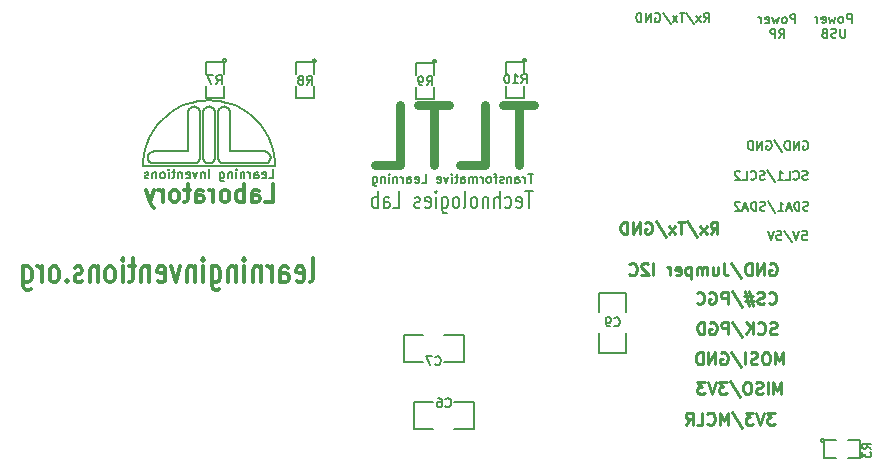
<source format=gbo>
G04 (created by PCBNEW-RS274X (2012-01-19 BZR 3256)-stable) date 5/6/2556 16:26:55*
G01*
G70*
G90*
%MOIN*%
G04 Gerber Fmt 3.4, Leading zero omitted, Abs format*
%FSLAX34Y34*%
G04 APERTURE LIST*
%ADD10C,0.006000*%
%ADD11C,0.007500*%
%ADD12C,0.012000*%
%ADD13C,0.010000*%
%ADD14C,0.030000*%
%ADD15C,0.005000*%
%ADD16C,0.005900*%
G04 APERTURE END LIST*
G54D10*
G54D11*
X66830Y-29907D02*
X66930Y-29765D01*
X67002Y-29907D02*
X67002Y-29607D01*
X66887Y-29607D01*
X66859Y-29622D01*
X66844Y-29636D01*
X66830Y-29665D01*
X66830Y-29707D01*
X66844Y-29736D01*
X66859Y-29750D01*
X66887Y-29765D01*
X67002Y-29765D01*
X66730Y-29907D02*
X66573Y-29707D01*
X66730Y-29707D02*
X66573Y-29907D01*
X66244Y-29593D02*
X66501Y-29979D01*
X66187Y-29607D02*
X66016Y-29607D01*
X66102Y-29907D02*
X66102Y-29607D01*
X65944Y-29907D02*
X65787Y-29707D01*
X65944Y-29707D02*
X65787Y-29907D01*
X65458Y-29593D02*
X65715Y-29979D01*
X65201Y-29622D02*
X65230Y-29607D01*
X65273Y-29607D01*
X65316Y-29622D01*
X65344Y-29650D01*
X65359Y-29679D01*
X65373Y-29736D01*
X65373Y-29779D01*
X65359Y-29836D01*
X65344Y-29865D01*
X65316Y-29893D01*
X65273Y-29907D01*
X65244Y-29907D01*
X65201Y-29893D01*
X65187Y-29879D01*
X65187Y-29779D01*
X65244Y-29779D01*
X65059Y-29907D02*
X65059Y-29607D01*
X64887Y-29907D01*
X64887Y-29607D01*
X64745Y-29907D02*
X64745Y-29607D01*
X64673Y-29607D01*
X64630Y-29622D01*
X64602Y-29650D01*
X64587Y-29679D01*
X64573Y-29736D01*
X64573Y-29779D01*
X64587Y-29836D01*
X64602Y-29865D01*
X64630Y-29893D01*
X64673Y-29907D01*
X64745Y-29907D01*
X69871Y-29943D02*
X69871Y-29643D01*
X69756Y-29643D01*
X69728Y-29658D01*
X69713Y-29672D01*
X69699Y-29701D01*
X69699Y-29743D01*
X69713Y-29772D01*
X69728Y-29786D01*
X69756Y-29801D01*
X69871Y-29801D01*
X69528Y-29943D02*
X69556Y-29929D01*
X69571Y-29915D01*
X69585Y-29886D01*
X69585Y-29801D01*
X69571Y-29772D01*
X69556Y-29758D01*
X69528Y-29743D01*
X69485Y-29743D01*
X69456Y-29758D01*
X69442Y-29772D01*
X69428Y-29801D01*
X69428Y-29886D01*
X69442Y-29915D01*
X69456Y-29929D01*
X69485Y-29943D01*
X69528Y-29943D01*
X69328Y-29743D02*
X69271Y-29943D01*
X69214Y-29801D01*
X69157Y-29943D01*
X69100Y-29743D01*
X68871Y-29929D02*
X68900Y-29943D01*
X68957Y-29943D01*
X68986Y-29929D01*
X69000Y-29901D01*
X69000Y-29786D01*
X68986Y-29758D01*
X68957Y-29743D01*
X68900Y-29743D01*
X68871Y-29758D01*
X68857Y-29786D01*
X68857Y-29815D01*
X69000Y-29843D01*
X68729Y-29943D02*
X68729Y-29743D01*
X68729Y-29801D02*
X68714Y-29772D01*
X68700Y-29758D01*
X68671Y-29743D01*
X68643Y-29743D01*
X69335Y-30438D02*
X69435Y-30296D01*
X69507Y-30438D02*
X69507Y-30138D01*
X69392Y-30138D01*
X69364Y-30153D01*
X69349Y-30167D01*
X69335Y-30196D01*
X69335Y-30238D01*
X69349Y-30267D01*
X69364Y-30281D01*
X69392Y-30296D01*
X69507Y-30296D01*
X69207Y-30438D02*
X69207Y-30138D01*
X69092Y-30138D01*
X69064Y-30153D01*
X69049Y-30167D01*
X69035Y-30196D01*
X69035Y-30238D01*
X69049Y-30267D01*
X69064Y-30281D01*
X69092Y-30296D01*
X69207Y-30296D01*
X71752Y-29934D02*
X71752Y-29634D01*
X71637Y-29634D01*
X71609Y-29649D01*
X71594Y-29663D01*
X71580Y-29692D01*
X71580Y-29734D01*
X71594Y-29763D01*
X71609Y-29777D01*
X71637Y-29792D01*
X71752Y-29792D01*
X71409Y-29934D02*
X71437Y-29920D01*
X71452Y-29906D01*
X71466Y-29877D01*
X71466Y-29792D01*
X71452Y-29763D01*
X71437Y-29749D01*
X71409Y-29734D01*
X71366Y-29734D01*
X71337Y-29749D01*
X71323Y-29763D01*
X71309Y-29792D01*
X71309Y-29877D01*
X71323Y-29906D01*
X71337Y-29920D01*
X71366Y-29934D01*
X71409Y-29934D01*
X71209Y-29734D02*
X71152Y-29934D01*
X71095Y-29792D01*
X71038Y-29934D01*
X70981Y-29734D01*
X70752Y-29920D02*
X70781Y-29934D01*
X70838Y-29934D01*
X70867Y-29920D01*
X70881Y-29892D01*
X70881Y-29777D01*
X70867Y-29749D01*
X70838Y-29734D01*
X70781Y-29734D01*
X70752Y-29749D01*
X70738Y-29777D01*
X70738Y-29806D01*
X70881Y-29834D01*
X70610Y-29934D02*
X70610Y-29734D01*
X70610Y-29792D02*
X70595Y-29763D01*
X70581Y-29749D01*
X70552Y-29734D01*
X70524Y-29734D01*
X71538Y-30129D02*
X71538Y-30372D01*
X71523Y-30401D01*
X71509Y-30415D01*
X71480Y-30429D01*
X71423Y-30429D01*
X71395Y-30415D01*
X71380Y-30401D01*
X71366Y-30372D01*
X71366Y-30129D01*
X71238Y-30415D02*
X71195Y-30429D01*
X71124Y-30429D01*
X71095Y-30415D01*
X71081Y-30401D01*
X71066Y-30372D01*
X71066Y-30344D01*
X71081Y-30315D01*
X71095Y-30301D01*
X71124Y-30287D01*
X71181Y-30272D01*
X71209Y-30258D01*
X71224Y-30244D01*
X71238Y-30215D01*
X71238Y-30187D01*
X71224Y-30158D01*
X71209Y-30144D01*
X71181Y-30129D01*
X71109Y-30129D01*
X71066Y-30144D01*
X70838Y-30272D02*
X70795Y-30287D01*
X70780Y-30301D01*
X70766Y-30329D01*
X70766Y-30372D01*
X70780Y-30401D01*
X70795Y-30415D01*
X70823Y-30429D01*
X70938Y-30429D01*
X70938Y-30129D01*
X70838Y-30129D01*
X70809Y-30144D01*
X70795Y-30158D01*
X70780Y-30187D01*
X70780Y-30215D01*
X70795Y-30244D01*
X70809Y-30258D01*
X70838Y-30272D01*
X70938Y-30272D01*
G54D12*
X53703Y-38589D02*
X53761Y-38551D01*
X53789Y-38475D01*
X53789Y-37789D01*
X53247Y-38551D02*
X53304Y-38589D01*
X53418Y-38589D01*
X53475Y-38551D01*
X53504Y-38475D01*
X53504Y-38170D01*
X53475Y-38094D01*
X53418Y-38055D01*
X53304Y-38055D01*
X53247Y-38094D01*
X53218Y-38170D01*
X53218Y-38246D01*
X53504Y-38322D01*
X52704Y-38589D02*
X52704Y-38170D01*
X52733Y-38094D01*
X52790Y-38055D01*
X52904Y-38055D01*
X52961Y-38094D01*
X52704Y-38551D02*
X52761Y-38589D01*
X52904Y-38589D01*
X52961Y-38551D01*
X52990Y-38475D01*
X52990Y-38398D01*
X52961Y-38322D01*
X52904Y-38284D01*
X52761Y-38284D01*
X52704Y-38246D01*
X52418Y-38589D02*
X52418Y-38055D01*
X52418Y-38208D02*
X52390Y-38132D01*
X52361Y-38094D01*
X52304Y-38055D01*
X52247Y-38055D01*
X52047Y-38055D02*
X52047Y-38589D01*
X52047Y-38132D02*
X52019Y-38094D01*
X51961Y-38055D01*
X51876Y-38055D01*
X51819Y-38094D01*
X51790Y-38170D01*
X51790Y-38589D01*
X51504Y-38589D02*
X51504Y-38055D01*
X51504Y-37789D02*
X51533Y-37827D01*
X51504Y-37865D01*
X51476Y-37827D01*
X51504Y-37789D01*
X51504Y-37865D01*
X51218Y-38055D02*
X51218Y-38589D01*
X51218Y-38132D02*
X51190Y-38094D01*
X51132Y-38055D01*
X51047Y-38055D01*
X50990Y-38094D01*
X50961Y-38170D01*
X50961Y-38589D01*
X50418Y-38055D02*
X50418Y-38703D01*
X50447Y-38779D01*
X50475Y-38817D01*
X50532Y-38855D01*
X50618Y-38855D01*
X50675Y-38817D01*
X50418Y-38551D02*
X50475Y-38589D01*
X50589Y-38589D01*
X50647Y-38551D01*
X50675Y-38513D01*
X50704Y-38436D01*
X50704Y-38208D01*
X50675Y-38132D01*
X50647Y-38094D01*
X50589Y-38055D01*
X50475Y-38055D01*
X50418Y-38094D01*
X50132Y-38589D02*
X50132Y-38055D01*
X50132Y-37789D02*
X50161Y-37827D01*
X50132Y-37865D01*
X50104Y-37827D01*
X50132Y-37789D01*
X50132Y-37865D01*
X49846Y-38055D02*
X49846Y-38589D01*
X49846Y-38132D02*
X49818Y-38094D01*
X49760Y-38055D01*
X49675Y-38055D01*
X49618Y-38094D01*
X49589Y-38170D01*
X49589Y-38589D01*
X49360Y-38055D02*
X49217Y-38589D01*
X49075Y-38055D01*
X48618Y-38551D02*
X48675Y-38589D01*
X48789Y-38589D01*
X48846Y-38551D01*
X48875Y-38475D01*
X48875Y-38170D01*
X48846Y-38094D01*
X48789Y-38055D01*
X48675Y-38055D01*
X48618Y-38094D01*
X48589Y-38170D01*
X48589Y-38246D01*
X48875Y-38322D01*
X48332Y-38055D02*
X48332Y-38589D01*
X48332Y-38132D02*
X48304Y-38094D01*
X48246Y-38055D01*
X48161Y-38055D01*
X48104Y-38094D01*
X48075Y-38170D01*
X48075Y-38589D01*
X47875Y-38055D02*
X47646Y-38055D01*
X47789Y-37789D02*
X47789Y-38475D01*
X47761Y-38551D01*
X47703Y-38589D01*
X47646Y-38589D01*
X47446Y-38589D02*
X47446Y-38055D01*
X47446Y-37789D02*
X47475Y-37827D01*
X47446Y-37865D01*
X47418Y-37827D01*
X47446Y-37789D01*
X47446Y-37865D01*
X47074Y-38589D02*
X47132Y-38551D01*
X47160Y-38513D01*
X47189Y-38436D01*
X47189Y-38208D01*
X47160Y-38132D01*
X47132Y-38094D01*
X47074Y-38055D01*
X46989Y-38055D01*
X46932Y-38094D01*
X46903Y-38132D01*
X46874Y-38208D01*
X46874Y-38436D01*
X46903Y-38513D01*
X46932Y-38551D01*
X46989Y-38589D01*
X47074Y-38589D01*
X46617Y-38055D02*
X46617Y-38589D01*
X46617Y-38132D02*
X46589Y-38094D01*
X46531Y-38055D01*
X46446Y-38055D01*
X46389Y-38094D01*
X46360Y-38170D01*
X46360Y-38589D01*
X46103Y-38551D02*
X46046Y-38589D01*
X45931Y-38589D01*
X45874Y-38551D01*
X45846Y-38475D01*
X45846Y-38436D01*
X45874Y-38360D01*
X45931Y-38322D01*
X46017Y-38322D01*
X46074Y-38284D01*
X46103Y-38208D01*
X46103Y-38170D01*
X46074Y-38094D01*
X46017Y-38055D01*
X45931Y-38055D01*
X45874Y-38094D01*
X45588Y-38513D02*
X45560Y-38551D01*
X45588Y-38589D01*
X45617Y-38551D01*
X45588Y-38513D01*
X45588Y-38589D01*
X45216Y-38589D02*
X45274Y-38551D01*
X45302Y-38513D01*
X45331Y-38436D01*
X45331Y-38208D01*
X45302Y-38132D01*
X45274Y-38094D01*
X45216Y-38055D01*
X45131Y-38055D01*
X45074Y-38094D01*
X45045Y-38132D01*
X45016Y-38208D01*
X45016Y-38436D01*
X45045Y-38513D01*
X45074Y-38551D01*
X45131Y-38589D01*
X45216Y-38589D01*
X44759Y-38589D02*
X44759Y-38055D01*
X44759Y-38208D02*
X44731Y-38132D01*
X44702Y-38094D01*
X44645Y-38055D01*
X44588Y-38055D01*
X44131Y-38055D02*
X44131Y-38703D01*
X44160Y-38779D01*
X44188Y-38817D01*
X44245Y-38855D01*
X44331Y-38855D01*
X44388Y-38817D01*
X44131Y-38551D02*
X44188Y-38589D01*
X44302Y-38589D01*
X44360Y-38551D01*
X44388Y-38513D01*
X44417Y-38436D01*
X44417Y-38208D01*
X44388Y-38132D01*
X44360Y-38094D01*
X44302Y-38055D01*
X44188Y-38055D01*
X44131Y-38094D01*
G54D13*
X67048Y-36975D02*
X67182Y-36784D01*
X67277Y-36975D02*
X67277Y-36575D01*
X67124Y-36575D01*
X67086Y-36594D01*
X67067Y-36613D01*
X67048Y-36651D01*
X67048Y-36708D01*
X67067Y-36746D01*
X67086Y-36765D01*
X67124Y-36784D01*
X67277Y-36784D01*
X66915Y-36975D02*
X66705Y-36708D01*
X66915Y-36708D02*
X66705Y-36975D01*
X66267Y-36556D02*
X66610Y-37070D01*
X66191Y-36575D02*
X65962Y-36575D01*
X66077Y-36975D02*
X66077Y-36575D01*
X65867Y-36975D02*
X65657Y-36708D01*
X65867Y-36708D02*
X65657Y-36975D01*
X65219Y-36556D02*
X65562Y-37070D01*
X64876Y-36594D02*
X64914Y-36575D01*
X64971Y-36575D01*
X65029Y-36594D01*
X65067Y-36632D01*
X65086Y-36670D01*
X65105Y-36746D01*
X65105Y-36803D01*
X65086Y-36880D01*
X65067Y-36918D01*
X65029Y-36956D01*
X64971Y-36975D01*
X64933Y-36975D01*
X64876Y-36956D01*
X64857Y-36937D01*
X64857Y-36803D01*
X64933Y-36803D01*
X64686Y-36975D02*
X64686Y-36575D01*
X64457Y-36975D01*
X64457Y-36575D01*
X64267Y-36975D02*
X64267Y-36575D01*
X64172Y-36575D01*
X64114Y-36594D01*
X64076Y-36632D01*
X64057Y-36670D01*
X64038Y-36746D01*
X64038Y-36803D01*
X64057Y-36880D01*
X64076Y-36918D01*
X64114Y-36956D01*
X64172Y-36975D01*
X64267Y-36975D01*
X69192Y-42931D02*
X68944Y-42931D01*
X69078Y-43083D01*
X69020Y-43083D01*
X68982Y-43102D01*
X68963Y-43121D01*
X68944Y-43159D01*
X68944Y-43255D01*
X68963Y-43293D01*
X68982Y-43312D01*
X69020Y-43331D01*
X69135Y-43331D01*
X69173Y-43312D01*
X69192Y-43293D01*
X68830Y-42931D02*
X68697Y-43331D01*
X68563Y-42931D01*
X68468Y-42931D02*
X68220Y-42931D01*
X68354Y-43083D01*
X68296Y-43083D01*
X68258Y-43102D01*
X68239Y-43121D01*
X68220Y-43159D01*
X68220Y-43255D01*
X68239Y-43293D01*
X68258Y-43312D01*
X68296Y-43331D01*
X68411Y-43331D01*
X68449Y-43312D01*
X68468Y-43293D01*
X67763Y-42912D02*
X68106Y-43426D01*
X67630Y-43331D02*
X67630Y-42931D01*
X67496Y-43217D01*
X67363Y-42931D01*
X67363Y-43331D01*
X66944Y-43293D02*
X66963Y-43312D01*
X67020Y-43331D01*
X67058Y-43331D01*
X67116Y-43312D01*
X67154Y-43274D01*
X67173Y-43236D01*
X67192Y-43159D01*
X67192Y-43102D01*
X67173Y-43026D01*
X67154Y-42988D01*
X67116Y-42950D01*
X67058Y-42931D01*
X67020Y-42931D01*
X66963Y-42950D01*
X66944Y-42969D01*
X66582Y-43331D02*
X66773Y-43331D01*
X66773Y-42931D01*
X66220Y-43331D02*
X66354Y-43140D01*
X66449Y-43331D02*
X66449Y-42931D01*
X66296Y-42931D01*
X66258Y-42950D01*
X66239Y-42969D01*
X66220Y-43007D01*
X66220Y-43064D01*
X66239Y-43102D01*
X66258Y-43121D01*
X66296Y-43140D01*
X66449Y-43140D01*
X69412Y-42309D02*
X69412Y-41909D01*
X69278Y-42195D01*
X69145Y-41909D01*
X69145Y-42309D01*
X68955Y-42309D02*
X68955Y-41909D01*
X68784Y-42290D02*
X68727Y-42309D01*
X68631Y-42309D01*
X68593Y-42290D01*
X68574Y-42271D01*
X68555Y-42233D01*
X68555Y-42195D01*
X68574Y-42157D01*
X68593Y-42137D01*
X68631Y-42118D01*
X68708Y-42099D01*
X68746Y-42080D01*
X68765Y-42061D01*
X68784Y-42023D01*
X68784Y-41985D01*
X68765Y-41947D01*
X68746Y-41928D01*
X68708Y-41909D01*
X68612Y-41909D01*
X68555Y-41928D01*
X68308Y-41909D02*
X68231Y-41909D01*
X68193Y-41928D01*
X68155Y-41966D01*
X68136Y-42042D01*
X68136Y-42176D01*
X68155Y-42252D01*
X68193Y-42290D01*
X68231Y-42309D01*
X68308Y-42309D01*
X68346Y-42290D01*
X68384Y-42252D01*
X68403Y-42176D01*
X68403Y-42042D01*
X68384Y-41966D01*
X68346Y-41928D01*
X68308Y-41909D01*
X67679Y-41890D02*
X68022Y-42404D01*
X67584Y-41909D02*
X67336Y-41909D01*
X67470Y-42061D01*
X67412Y-42061D01*
X67374Y-42080D01*
X67355Y-42099D01*
X67336Y-42137D01*
X67336Y-42233D01*
X67355Y-42271D01*
X67374Y-42290D01*
X67412Y-42309D01*
X67527Y-42309D01*
X67565Y-42290D01*
X67584Y-42271D01*
X67222Y-41909D02*
X67089Y-42309D01*
X66955Y-41909D01*
X66860Y-41909D02*
X66612Y-41909D01*
X66746Y-42061D01*
X66688Y-42061D01*
X66650Y-42080D01*
X66631Y-42099D01*
X66612Y-42137D01*
X66612Y-42233D01*
X66631Y-42271D01*
X66650Y-42290D01*
X66688Y-42309D01*
X66803Y-42309D01*
X66841Y-42290D01*
X66860Y-42271D01*
X69465Y-41315D02*
X69465Y-40915D01*
X69331Y-41201D01*
X69198Y-40915D01*
X69198Y-41315D01*
X68932Y-40915D02*
X68855Y-40915D01*
X68817Y-40934D01*
X68779Y-40972D01*
X68760Y-41048D01*
X68760Y-41182D01*
X68779Y-41258D01*
X68817Y-41296D01*
X68855Y-41315D01*
X68932Y-41315D01*
X68970Y-41296D01*
X69008Y-41258D01*
X69027Y-41182D01*
X69027Y-41048D01*
X69008Y-40972D01*
X68970Y-40934D01*
X68932Y-40915D01*
X68608Y-41296D02*
X68551Y-41315D01*
X68455Y-41315D01*
X68417Y-41296D01*
X68398Y-41277D01*
X68379Y-41239D01*
X68379Y-41201D01*
X68398Y-41163D01*
X68417Y-41143D01*
X68455Y-41124D01*
X68532Y-41105D01*
X68570Y-41086D01*
X68589Y-41067D01*
X68608Y-41029D01*
X68608Y-40991D01*
X68589Y-40953D01*
X68570Y-40934D01*
X68532Y-40915D01*
X68436Y-40915D01*
X68379Y-40934D01*
X68208Y-41315D02*
X68208Y-40915D01*
X67732Y-40896D02*
X68075Y-41410D01*
X67389Y-40934D02*
X67427Y-40915D01*
X67484Y-40915D01*
X67542Y-40934D01*
X67580Y-40972D01*
X67599Y-41010D01*
X67618Y-41086D01*
X67618Y-41143D01*
X67599Y-41220D01*
X67580Y-41258D01*
X67542Y-41296D01*
X67484Y-41315D01*
X67446Y-41315D01*
X67389Y-41296D01*
X67370Y-41277D01*
X67370Y-41143D01*
X67446Y-41143D01*
X67199Y-41315D02*
X67199Y-40915D01*
X66970Y-41315D01*
X66970Y-40915D01*
X66780Y-41315D02*
X66780Y-40915D01*
X66685Y-40915D01*
X66627Y-40934D01*
X66589Y-40972D01*
X66570Y-41010D01*
X66551Y-41086D01*
X66551Y-41143D01*
X66570Y-41220D01*
X66589Y-41258D01*
X66627Y-41296D01*
X66685Y-41315D01*
X66780Y-41315D01*
X69254Y-40293D02*
X69197Y-40312D01*
X69101Y-40312D01*
X69063Y-40293D01*
X69044Y-40274D01*
X69025Y-40236D01*
X69025Y-40198D01*
X69044Y-40160D01*
X69063Y-40140D01*
X69101Y-40121D01*
X69178Y-40102D01*
X69216Y-40083D01*
X69235Y-40064D01*
X69254Y-40026D01*
X69254Y-39988D01*
X69235Y-39950D01*
X69216Y-39931D01*
X69178Y-39912D01*
X69082Y-39912D01*
X69025Y-39931D01*
X68625Y-40274D02*
X68644Y-40293D01*
X68701Y-40312D01*
X68739Y-40312D01*
X68797Y-40293D01*
X68835Y-40255D01*
X68854Y-40217D01*
X68873Y-40140D01*
X68873Y-40083D01*
X68854Y-40007D01*
X68835Y-39969D01*
X68797Y-39931D01*
X68739Y-39912D01*
X68701Y-39912D01*
X68644Y-39931D01*
X68625Y-39950D01*
X68454Y-40312D02*
X68454Y-39912D01*
X68225Y-40312D02*
X68397Y-40083D01*
X68225Y-39912D02*
X68454Y-40140D01*
X67768Y-39893D02*
X68111Y-40407D01*
X67635Y-40312D02*
X67635Y-39912D01*
X67482Y-39912D01*
X67444Y-39931D01*
X67425Y-39950D01*
X67406Y-39988D01*
X67406Y-40045D01*
X67425Y-40083D01*
X67444Y-40102D01*
X67482Y-40121D01*
X67635Y-40121D01*
X67025Y-39931D02*
X67063Y-39912D01*
X67120Y-39912D01*
X67178Y-39931D01*
X67216Y-39969D01*
X67235Y-40007D01*
X67254Y-40083D01*
X67254Y-40140D01*
X67235Y-40217D01*
X67216Y-40255D01*
X67178Y-40293D01*
X67120Y-40312D01*
X67082Y-40312D01*
X67025Y-40293D01*
X67006Y-40274D01*
X67006Y-40140D01*
X67082Y-40140D01*
X66835Y-40312D02*
X66835Y-39912D01*
X66740Y-39912D01*
X66682Y-39931D01*
X66644Y-39969D01*
X66625Y-40007D01*
X66606Y-40083D01*
X66606Y-40140D01*
X66625Y-40217D01*
X66644Y-40255D01*
X66682Y-40293D01*
X66740Y-40312D01*
X66835Y-40312D01*
X69029Y-37966D02*
X69067Y-37947D01*
X69124Y-37947D01*
X69182Y-37966D01*
X69220Y-38004D01*
X69239Y-38042D01*
X69258Y-38118D01*
X69258Y-38175D01*
X69239Y-38252D01*
X69220Y-38290D01*
X69182Y-38328D01*
X69124Y-38347D01*
X69086Y-38347D01*
X69029Y-38328D01*
X69010Y-38309D01*
X69010Y-38175D01*
X69086Y-38175D01*
X68839Y-38347D02*
X68839Y-37947D01*
X68610Y-38347D01*
X68610Y-37947D01*
X68420Y-38347D02*
X68420Y-37947D01*
X68325Y-37947D01*
X68267Y-37966D01*
X68229Y-38004D01*
X68210Y-38042D01*
X68191Y-38118D01*
X68191Y-38175D01*
X68210Y-38252D01*
X68229Y-38290D01*
X68267Y-38328D01*
X68325Y-38347D01*
X68420Y-38347D01*
X67734Y-37928D02*
X68077Y-38442D01*
X67486Y-37947D02*
X67486Y-38233D01*
X67506Y-38290D01*
X67544Y-38328D01*
X67601Y-38347D01*
X67639Y-38347D01*
X67124Y-38080D02*
X67124Y-38347D01*
X67296Y-38080D02*
X67296Y-38290D01*
X67277Y-38328D01*
X67239Y-38347D01*
X67181Y-38347D01*
X67143Y-38328D01*
X67124Y-38309D01*
X66934Y-38347D02*
X66934Y-38080D01*
X66934Y-38118D02*
X66915Y-38099D01*
X66877Y-38080D01*
X66819Y-38080D01*
X66781Y-38099D01*
X66762Y-38137D01*
X66762Y-38347D01*
X66762Y-38137D02*
X66743Y-38099D01*
X66705Y-38080D01*
X66648Y-38080D01*
X66610Y-38099D01*
X66591Y-38137D01*
X66591Y-38347D01*
X66401Y-38080D02*
X66401Y-38480D01*
X66401Y-38099D02*
X66363Y-38080D01*
X66286Y-38080D01*
X66248Y-38099D01*
X66229Y-38118D01*
X66210Y-38156D01*
X66210Y-38271D01*
X66229Y-38309D01*
X66248Y-38328D01*
X66286Y-38347D01*
X66363Y-38347D01*
X66401Y-38328D01*
X65886Y-38328D02*
X65924Y-38347D01*
X66001Y-38347D01*
X66039Y-38328D01*
X66058Y-38290D01*
X66058Y-38137D01*
X66039Y-38099D01*
X66001Y-38080D01*
X65924Y-38080D01*
X65886Y-38099D01*
X65867Y-38137D01*
X65867Y-38175D01*
X66058Y-38214D01*
X65696Y-38347D02*
X65696Y-38080D01*
X65696Y-38156D02*
X65677Y-38118D01*
X65658Y-38099D01*
X65620Y-38080D01*
X65581Y-38080D01*
X65143Y-38347D02*
X65143Y-37947D01*
X64972Y-37985D02*
X64953Y-37966D01*
X64915Y-37947D01*
X64819Y-37947D01*
X64781Y-37966D01*
X64762Y-37985D01*
X64743Y-38023D01*
X64743Y-38061D01*
X64762Y-38118D01*
X64991Y-38347D01*
X64743Y-38347D01*
X64343Y-38309D02*
X64362Y-38328D01*
X64419Y-38347D01*
X64457Y-38347D01*
X64515Y-38328D01*
X64553Y-38290D01*
X64572Y-38252D01*
X64591Y-38175D01*
X64591Y-38118D01*
X64572Y-38042D01*
X64553Y-38004D01*
X64515Y-37966D01*
X64457Y-37947D01*
X64419Y-37947D01*
X64362Y-37966D01*
X64343Y-37985D01*
X68990Y-39268D02*
X69009Y-39287D01*
X69066Y-39306D01*
X69104Y-39306D01*
X69162Y-39287D01*
X69200Y-39249D01*
X69219Y-39211D01*
X69238Y-39134D01*
X69238Y-39077D01*
X69219Y-39001D01*
X69200Y-38963D01*
X69162Y-38925D01*
X69104Y-38906D01*
X69066Y-38906D01*
X69009Y-38925D01*
X68990Y-38944D01*
X68838Y-39287D02*
X68781Y-39306D01*
X68685Y-39306D01*
X68647Y-39287D01*
X68628Y-39268D01*
X68609Y-39230D01*
X68609Y-39192D01*
X68628Y-39154D01*
X68647Y-39134D01*
X68685Y-39115D01*
X68762Y-39096D01*
X68800Y-39077D01*
X68819Y-39058D01*
X68838Y-39020D01*
X68838Y-38982D01*
X68819Y-38944D01*
X68800Y-38925D01*
X68762Y-38906D01*
X68666Y-38906D01*
X68609Y-38925D01*
X68457Y-39039D02*
X68171Y-39039D01*
X68343Y-38868D02*
X68457Y-39382D01*
X68209Y-39211D02*
X68495Y-39211D01*
X68323Y-39382D02*
X68209Y-38868D01*
X67752Y-38887D02*
X68095Y-39401D01*
X67619Y-39306D02*
X67619Y-38906D01*
X67466Y-38906D01*
X67428Y-38925D01*
X67409Y-38944D01*
X67390Y-38982D01*
X67390Y-39039D01*
X67409Y-39077D01*
X67428Y-39096D01*
X67466Y-39115D01*
X67619Y-39115D01*
X67009Y-38925D02*
X67047Y-38906D01*
X67104Y-38906D01*
X67162Y-38925D01*
X67200Y-38963D01*
X67219Y-39001D01*
X67238Y-39077D01*
X67238Y-39134D01*
X67219Y-39211D01*
X67200Y-39249D01*
X67162Y-39287D01*
X67104Y-39306D01*
X67066Y-39306D01*
X67009Y-39287D01*
X66990Y-39268D01*
X66990Y-39134D01*
X67066Y-39134D01*
X66590Y-39268D02*
X66609Y-39287D01*
X66666Y-39306D01*
X66704Y-39306D01*
X66762Y-39287D01*
X66800Y-39249D01*
X66819Y-39211D01*
X66838Y-39134D01*
X66838Y-39077D01*
X66819Y-39001D01*
X66800Y-38963D01*
X66762Y-38925D01*
X66704Y-38906D01*
X66666Y-38906D01*
X66609Y-38925D01*
X66590Y-38944D01*
G54D11*
X70108Y-36879D02*
X70251Y-36879D01*
X70265Y-37022D01*
X70251Y-37008D01*
X70222Y-36994D01*
X70151Y-36994D01*
X70122Y-37008D01*
X70108Y-37022D01*
X70093Y-37051D01*
X70093Y-37122D01*
X70108Y-37151D01*
X70122Y-37165D01*
X70151Y-37179D01*
X70222Y-37179D01*
X70251Y-37165D01*
X70265Y-37151D01*
X70007Y-36879D02*
X69907Y-37179D01*
X69807Y-36879D01*
X69493Y-36865D02*
X69750Y-37251D01*
X69251Y-36879D02*
X69394Y-36879D01*
X69408Y-37022D01*
X69394Y-37008D01*
X69365Y-36994D01*
X69294Y-36994D01*
X69265Y-37008D01*
X69251Y-37022D01*
X69236Y-37051D01*
X69236Y-37122D01*
X69251Y-37151D01*
X69265Y-37165D01*
X69294Y-37179D01*
X69365Y-37179D01*
X69394Y-37165D01*
X69408Y-37151D01*
X69150Y-36879D02*
X69050Y-37179D01*
X68950Y-36879D01*
X70309Y-36179D02*
X70266Y-36193D01*
X70195Y-36193D01*
X70166Y-36179D01*
X70152Y-36165D01*
X70137Y-36136D01*
X70137Y-36108D01*
X70152Y-36079D01*
X70166Y-36065D01*
X70195Y-36051D01*
X70252Y-36036D01*
X70280Y-36022D01*
X70295Y-36008D01*
X70309Y-35979D01*
X70309Y-35951D01*
X70295Y-35922D01*
X70280Y-35908D01*
X70252Y-35893D01*
X70180Y-35893D01*
X70137Y-35908D01*
X70009Y-36193D02*
X70009Y-35893D01*
X69937Y-35893D01*
X69894Y-35908D01*
X69866Y-35936D01*
X69851Y-35965D01*
X69837Y-36022D01*
X69837Y-36065D01*
X69851Y-36122D01*
X69866Y-36151D01*
X69894Y-36179D01*
X69937Y-36193D01*
X70009Y-36193D01*
X69723Y-36108D02*
X69580Y-36108D01*
X69751Y-36193D02*
X69651Y-35893D01*
X69551Y-36193D01*
X69294Y-36193D02*
X69466Y-36193D01*
X69380Y-36193D02*
X69380Y-35893D01*
X69409Y-35936D01*
X69437Y-35965D01*
X69466Y-35979D01*
X68951Y-35879D02*
X69208Y-36265D01*
X68866Y-36179D02*
X68823Y-36193D01*
X68752Y-36193D01*
X68723Y-36179D01*
X68709Y-36165D01*
X68694Y-36136D01*
X68694Y-36108D01*
X68709Y-36079D01*
X68723Y-36065D01*
X68752Y-36051D01*
X68809Y-36036D01*
X68837Y-36022D01*
X68852Y-36008D01*
X68866Y-35979D01*
X68866Y-35951D01*
X68852Y-35922D01*
X68837Y-35908D01*
X68809Y-35893D01*
X68737Y-35893D01*
X68694Y-35908D01*
X68566Y-36193D02*
X68566Y-35893D01*
X68494Y-35893D01*
X68451Y-35908D01*
X68423Y-35936D01*
X68408Y-35965D01*
X68394Y-36022D01*
X68394Y-36065D01*
X68408Y-36122D01*
X68423Y-36151D01*
X68451Y-36179D01*
X68494Y-36193D01*
X68566Y-36193D01*
X68280Y-36108D02*
X68137Y-36108D01*
X68308Y-36193D02*
X68208Y-35893D01*
X68108Y-36193D01*
X68023Y-35922D02*
X68009Y-35908D01*
X67980Y-35893D01*
X67909Y-35893D01*
X67880Y-35908D01*
X67866Y-35922D01*
X67851Y-35951D01*
X67851Y-35979D01*
X67866Y-36022D01*
X68037Y-36193D01*
X67851Y-36193D01*
X70284Y-35149D02*
X70241Y-35163D01*
X70170Y-35163D01*
X70141Y-35149D01*
X70127Y-35135D01*
X70112Y-35106D01*
X70112Y-35078D01*
X70127Y-35049D01*
X70141Y-35035D01*
X70170Y-35021D01*
X70227Y-35006D01*
X70255Y-34992D01*
X70270Y-34978D01*
X70284Y-34949D01*
X70284Y-34921D01*
X70270Y-34892D01*
X70255Y-34878D01*
X70227Y-34863D01*
X70155Y-34863D01*
X70112Y-34878D01*
X69812Y-35135D02*
X69826Y-35149D01*
X69869Y-35163D01*
X69898Y-35163D01*
X69941Y-35149D01*
X69969Y-35121D01*
X69984Y-35092D01*
X69998Y-35035D01*
X69998Y-34992D01*
X69984Y-34935D01*
X69969Y-34906D01*
X69941Y-34878D01*
X69898Y-34863D01*
X69869Y-34863D01*
X69826Y-34878D01*
X69812Y-34892D01*
X69541Y-35163D02*
X69684Y-35163D01*
X69684Y-34863D01*
X69283Y-35163D02*
X69455Y-35163D01*
X69369Y-35163D02*
X69369Y-34863D01*
X69398Y-34906D01*
X69426Y-34935D01*
X69455Y-34949D01*
X68940Y-34849D02*
X69197Y-35235D01*
X68855Y-35149D02*
X68812Y-35163D01*
X68741Y-35163D01*
X68712Y-35149D01*
X68698Y-35135D01*
X68683Y-35106D01*
X68683Y-35078D01*
X68698Y-35049D01*
X68712Y-35035D01*
X68741Y-35021D01*
X68798Y-35006D01*
X68826Y-34992D01*
X68841Y-34978D01*
X68855Y-34949D01*
X68855Y-34921D01*
X68841Y-34892D01*
X68826Y-34878D01*
X68798Y-34863D01*
X68726Y-34863D01*
X68683Y-34878D01*
X68383Y-35135D02*
X68397Y-35149D01*
X68440Y-35163D01*
X68469Y-35163D01*
X68512Y-35149D01*
X68540Y-35121D01*
X68555Y-35092D01*
X68569Y-35035D01*
X68569Y-34992D01*
X68555Y-34935D01*
X68540Y-34906D01*
X68512Y-34878D01*
X68469Y-34863D01*
X68440Y-34863D01*
X68397Y-34878D01*
X68383Y-34892D01*
X68112Y-35163D02*
X68255Y-35163D01*
X68255Y-34863D01*
X68026Y-34892D02*
X68012Y-34878D01*
X67983Y-34863D01*
X67912Y-34863D01*
X67883Y-34878D01*
X67869Y-34892D01*
X67854Y-34921D01*
X67854Y-34949D01*
X67869Y-34992D01*
X68040Y-35163D01*
X67854Y-35163D01*
X70135Y-33877D02*
X70164Y-33862D01*
X70207Y-33862D01*
X70250Y-33877D01*
X70278Y-33905D01*
X70293Y-33934D01*
X70307Y-33991D01*
X70307Y-34034D01*
X70293Y-34091D01*
X70278Y-34120D01*
X70250Y-34148D01*
X70207Y-34162D01*
X70178Y-34162D01*
X70135Y-34148D01*
X70121Y-34134D01*
X70121Y-34034D01*
X70178Y-34034D01*
X69993Y-34162D02*
X69993Y-33862D01*
X69821Y-34162D01*
X69821Y-33862D01*
X69679Y-34162D02*
X69679Y-33862D01*
X69607Y-33862D01*
X69564Y-33877D01*
X69536Y-33905D01*
X69521Y-33934D01*
X69507Y-33991D01*
X69507Y-34034D01*
X69521Y-34091D01*
X69536Y-34120D01*
X69564Y-34148D01*
X69607Y-34162D01*
X69679Y-34162D01*
X69164Y-33848D02*
X69421Y-34234D01*
X68907Y-33877D02*
X68936Y-33862D01*
X68979Y-33862D01*
X69022Y-33877D01*
X69050Y-33905D01*
X69065Y-33934D01*
X69079Y-33991D01*
X69079Y-34034D01*
X69065Y-34091D01*
X69050Y-34120D01*
X69022Y-34148D01*
X68979Y-34162D01*
X68950Y-34162D01*
X68907Y-34148D01*
X68893Y-34134D01*
X68893Y-34034D01*
X68950Y-34034D01*
X68765Y-34162D02*
X68765Y-33862D01*
X68593Y-34162D01*
X68593Y-33862D01*
X68451Y-34162D02*
X68451Y-33862D01*
X68379Y-33862D01*
X68336Y-33877D01*
X68308Y-33905D01*
X68293Y-33934D01*
X68279Y-33991D01*
X68279Y-34034D01*
X68293Y-34091D01*
X68308Y-34120D01*
X68336Y-34148D01*
X68379Y-34162D01*
X68451Y-34162D01*
X61115Y-35555D02*
X60875Y-35555D01*
X60995Y-36105D02*
X60995Y-35555D01*
X60575Y-36078D02*
X60615Y-36105D01*
X60695Y-36105D01*
X60735Y-36078D01*
X60755Y-36026D01*
X60755Y-35817D01*
X60735Y-35764D01*
X60695Y-35738D01*
X60615Y-35738D01*
X60575Y-35764D01*
X60555Y-35817D01*
X60555Y-35869D01*
X60755Y-35921D01*
X60195Y-36078D02*
X60235Y-36105D01*
X60315Y-36105D01*
X60355Y-36078D01*
X60375Y-36052D01*
X60395Y-36000D01*
X60395Y-35843D01*
X60375Y-35790D01*
X60355Y-35764D01*
X60315Y-35738D01*
X60235Y-35738D01*
X60195Y-35764D01*
X60015Y-36105D02*
X60015Y-35555D01*
X59835Y-36105D02*
X59835Y-35817D01*
X59855Y-35764D01*
X59895Y-35738D01*
X59955Y-35738D01*
X59995Y-35764D01*
X60015Y-35790D01*
X59635Y-35738D02*
X59635Y-36105D01*
X59635Y-35790D02*
X59615Y-35764D01*
X59575Y-35738D01*
X59515Y-35738D01*
X59475Y-35764D01*
X59455Y-35817D01*
X59455Y-36105D01*
X59195Y-36105D02*
X59235Y-36078D01*
X59255Y-36052D01*
X59275Y-36000D01*
X59275Y-35843D01*
X59255Y-35790D01*
X59235Y-35764D01*
X59195Y-35738D01*
X59135Y-35738D01*
X59095Y-35764D01*
X59075Y-35790D01*
X59055Y-35843D01*
X59055Y-36000D01*
X59075Y-36052D01*
X59095Y-36078D01*
X59135Y-36105D01*
X59195Y-36105D01*
X58815Y-36105D02*
X58855Y-36078D01*
X58875Y-36026D01*
X58875Y-35555D01*
X58595Y-36105D02*
X58635Y-36078D01*
X58655Y-36052D01*
X58675Y-36000D01*
X58675Y-35843D01*
X58655Y-35790D01*
X58635Y-35764D01*
X58595Y-35738D01*
X58535Y-35738D01*
X58495Y-35764D01*
X58475Y-35790D01*
X58455Y-35843D01*
X58455Y-36000D01*
X58475Y-36052D01*
X58495Y-36078D01*
X58535Y-36105D01*
X58595Y-36105D01*
X58095Y-35738D02*
X58095Y-36183D01*
X58115Y-36236D01*
X58135Y-36262D01*
X58175Y-36288D01*
X58235Y-36288D01*
X58275Y-36262D01*
X58095Y-36078D02*
X58135Y-36105D01*
X58215Y-36105D01*
X58255Y-36078D01*
X58275Y-36052D01*
X58295Y-36000D01*
X58295Y-35843D01*
X58275Y-35790D01*
X58255Y-35764D01*
X58215Y-35738D01*
X58135Y-35738D01*
X58095Y-35764D01*
X57895Y-36105D02*
X57895Y-35738D01*
X57895Y-35555D02*
X57915Y-35581D01*
X57895Y-35607D01*
X57875Y-35581D01*
X57895Y-35555D01*
X57895Y-35607D01*
X57535Y-36078D02*
X57575Y-36105D01*
X57655Y-36105D01*
X57695Y-36078D01*
X57715Y-36026D01*
X57715Y-35817D01*
X57695Y-35764D01*
X57655Y-35738D01*
X57575Y-35738D01*
X57535Y-35764D01*
X57515Y-35817D01*
X57515Y-35869D01*
X57715Y-35921D01*
X57355Y-36078D02*
X57315Y-36105D01*
X57235Y-36105D01*
X57195Y-36078D01*
X57175Y-36026D01*
X57175Y-36000D01*
X57195Y-35947D01*
X57235Y-35921D01*
X57295Y-35921D01*
X57335Y-35895D01*
X57355Y-35843D01*
X57355Y-35817D01*
X57335Y-35764D01*
X57295Y-35738D01*
X57235Y-35738D01*
X57195Y-35764D01*
X56475Y-36105D02*
X56675Y-36105D01*
X56675Y-35555D01*
X56155Y-36105D02*
X56155Y-35817D01*
X56175Y-35764D01*
X56215Y-35738D01*
X56295Y-35738D01*
X56335Y-35764D01*
X56155Y-36078D02*
X56195Y-36105D01*
X56295Y-36105D01*
X56335Y-36078D01*
X56355Y-36026D01*
X56355Y-35974D01*
X56335Y-35921D01*
X56295Y-35895D01*
X56195Y-35895D01*
X56155Y-35869D01*
X55955Y-36105D02*
X55955Y-35555D01*
X55955Y-35764D02*
X55915Y-35738D01*
X55835Y-35738D01*
X55795Y-35764D01*
X55775Y-35790D01*
X55755Y-35843D01*
X55755Y-36000D01*
X55775Y-36052D01*
X55795Y-36078D01*
X55835Y-36105D01*
X55915Y-36105D01*
X55955Y-36078D01*
X61131Y-34966D02*
X60960Y-34966D01*
X61046Y-35266D02*
X61046Y-34966D01*
X60860Y-35266D02*
X60860Y-35066D01*
X60860Y-35124D02*
X60845Y-35095D01*
X60831Y-35081D01*
X60802Y-35066D01*
X60774Y-35066D01*
X60545Y-35266D02*
X60545Y-35109D01*
X60559Y-35081D01*
X60588Y-35066D01*
X60645Y-35066D01*
X60674Y-35081D01*
X60545Y-35252D02*
X60574Y-35266D01*
X60645Y-35266D01*
X60674Y-35252D01*
X60688Y-35224D01*
X60688Y-35195D01*
X60674Y-35166D01*
X60645Y-35152D01*
X60574Y-35152D01*
X60545Y-35138D01*
X60403Y-35066D02*
X60403Y-35266D01*
X60403Y-35095D02*
X60388Y-35081D01*
X60360Y-35066D01*
X60317Y-35066D01*
X60288Y-35081D01*
X60274Y-35109D01*
X60274Y-35266D01*
X60146Y-35252D02*
X60117Y-35266D01*
X60060Y-35266D01*
X60032Y-35252D01*
X60017Y-35224D01*
X60017Y-35209D01*
X60032Y-35181D01*
X60060Y-35166D01*
X60103Y-35166D01*
X60132Y-35152D01*
X60146Y-35124D01*
X60146Y-35109D01*
X60132Y-35081D01*
X60103Y-35066D01*
X60060Y-35066D01*
X60032Y-35081D01*
X59931Y-35066D02*
X59817Y-35066D01*
X59889Y-35266D02*
X59889Y-35009D01*
X59874Y-34981D01*
X59846Y-34966D01*
X59817Y-34966D01*
X59675Y-35266D02*
X59703Y-35252D01*
X59718Y-35238D01*
X59732Y-35209D01*
X59732Y-35124D01*
X59718Y-35095D01*
X59703Y-35081D01*
X59675Y-35066D01*
X59632Y-35066D01*
X59603Y-35081D01*
X59589Y-35095D01*
X59575Y-35124D01*
X59575Y-35209D01*
X59589Y-35238D01*
X59603Y-35252D01*
X59632Y-35266D01*
X59675Y-35266D01*
X59447Y-35266D02*
X59447Y-35066D01*
X59447Y-35124D02*
X59432Y-35095D01*
X59418Y-35081D01*
X59389Y-35066D01*
X59361Y-35066D01*
X59261Y-35266D02*
X59261Y-35066D01*
X59261Y-35095D02*
X59246Y-35081D01*
X59218Y-35066D01*
X59175Y-35066D01*
X59146Y-35081D01*
X59132Y-35109D01*
X59132Y-35266D01*
X59132Y-35109D02*
X59118Y-35081D01*
X59089Y-35066D01*
X59046Y-35066D01*
X59018Y-35081D01*
X59003Y-35109D01*
X59003Y-35266D01*
X58732Y-35266D02*
X58732Y-35109D01*
X58746Y-35081D01*
X58775Y-35066D01*
X58832Y-35066D01*
X58861Y-35081D01*
X58732Y-35252D02*
X58761Y-35266D01*
X58832Y-35266D01*
X58861Y-35252D01*
X58875Y-35224D01*
X58875Y-35195D01*
X58861Y-35166D01*
X58832Y-35152D01*
X58761Y-35152D01*
X58732Y-35138D01*
X58632Y-35066D02*
X58518Y-35066D01*
X58590Y-34966D02*
X58590Y-35224D01*
X58575Y-35252D01*
X58547Y-35266D01*
X58518Y-35266D01*
X58419Y-35266D02*
X58419Y-35066D01*
X58419Y-34966D02*
X58433Y-34981D01*
X58419Y-34995D01*
X58404Y-34981D01*
X58419Y-34966D01*
X58419Y-34995D01*
X58304Y-35066D02*
X58233Y-35266D01*
X58161Y-35066D01*
X57932Y-35252D02*
X57961Y-35266D01*
X58018Y-35266D01*
X58047Y-35252D01*
X58061Y-35224D01*
X58061Y-35109D01*
X58047Y-35081D01*
X58018Y-35066D01*
X57961Y-35066D01*
X57932Y-35081D01*
X57918Y-35109D01*
X57918Y-35138D01*
X58061Y-35166D01*
X57418Y-35266D02*
X57561Y-35266D01*
X57561Y-34966D01*
X57203Y-35252D02*
X57232Y-35266D01*
X57289Y-35266D01*
X57318Y-35252D01*
X57332Y-35224D01*
X57332Y-35109D01*
X57318Y-35081D01*
X57289Y-35066D01*
X57232Y-35066D01*
X57203Y-35081D01*
X57189Y-35109D01*
X57189Y-35138D01*
X57332Y-35166D01*
X56932Y-35266D02*
X56932Y-35109D01*
X56946Y-35081D01*
X56975Y-35066D01*
X57032Y-35066D01*
X57061Y-35081D01*
X56932Y-35252D02*
X56961Y-35266D01*
X57032Y-35266D01*
X57061Y-35252D01*
X57075Y-35224D01*
X57075Y-35195D01*
X57061Y-35166D01*
X57032Y-35152D01*
X56961Y-35152D01*
X56932Y-35138D01*
X56790Y-35266D02*
X56790Y-35066D01*
X56790Y-35124D02*
X56775Y-35095D01*
X56761Y-35081D01*
X56732Y-35066D01*
X56704Y-35066D01*
X56604Y-35066D02*
X56604Y-35266D01*
X56604Y-35095D02*
X56589Y-35081D01*
X56561Y-35066D01*
X56518Y-35066D01*
X56489Y-35081D01*
X56475Y-35109D01*
X56475Y-35266D01*
X56333Y-35266D02*
X56333Y-35066D01*
X56333Y-34966D02*
X56347Y-34981D01*
X56333Y-34995D01*
X56318Y-34981D01*
X56333Y-34966D01*
X56333Y-34995D01*
X56190Y-35066D02*
X56190Y-35266D01*
X56190Y-35095D02*
X56175Y-35081D01*
X56147Y-35066D01*
X56104Y-35066D01*
X56075Y-35081D01*
X56061Y-35109D01*
X56061Y-35266D01*
X55790Y-35066D02*
X55790Y-35309D01*
X55804Y-35338D01*
X55819Y-35352D01*
X55847Y-35366D01*
X55890Y-35366D01*
X55919Y-35352D01*
X55790Y-35252D02*
X55819Y-35266D01*
X55876Y-35266D01*
X55904Y-35252D01*
X55919Y-35238D01*
X55933Y-35209D01*
X55933Y-35124D01*
X55919Y-35095D01*
X55904Y-35081D01*
X55876Y-35066D01*
X55819Y-35066D01*
X55790Y-35081D01*
G54D14*
X61167Y-32660D02*
X60138Y-32660D01*
X60652Y-34660D02*
X60652Y-32660D01*
X58681Y-34660D02*
X59538Y-34660D01*
X59538Y-32660D01*
X58339Y-32660D02*
X57310Y-32660D01*
X57824Y-34660D02*
X57824Y-32660D01*
X55853Y-34660D02*
X56710Y-34660D01*
X56710Y-32660D01*
G54D15*
X57158Y-43458D02*
X57158Y-42558D01*
X57158Y-42558D02*
X57808Y-42558D01*
X58508Y-43458D02*
X59158Y-43458D01*
X59158Y-43458D02*
X59158Y-42558D01*
X59158Y-42558D02*
X58508Y-42558D01*
X57808Y-43458D02*
X57158Y-43458D01*
X56816Y-41229D02*
X56816Y-40329D01*
X56816Y-40329D02*
X57466Y-40329D01*
X58166Y-41229D02*
X58816Y-41229D01*
X58816Y-41229D02*
X58816Y-40329D01*
X58816Y-40329D02*
X58166Y-40329D01*
X57466Y-41229D02*
X56816Y-41229D01*
X63333Y-38933D02*
X64233Y-38933D01*
X64233Y-38933D02*
X64233Y-39583D01*
X63333Y-40283D02*
X63333Y-40933D01*
X63333Y-40933D02*
X64233Y-40933D01*
X64233Y-40933D02*
X64233Y-40283D01*
X63333Y-39583D02*
X63333Y-38933D01*
X70820Y-43842D02*
X70819Y-43851D01*
X70816Y-43861D01*
X70811Y-43869D01*
X70805Y-43877D01*
X70797Y-43883D01*
X70789Y-43888D01*
X70780Y-43890D01*
X70770Y-43891D01*
X70761Y-43891D01*
X70752Y-43888D01*
X70743Y-43883D01*
X70736Y-43877D01*
X70729Y-43870D01*
X70725Y-43861D01*
X70722Y-43852D01*
X70721Y-43842D01*
X70721Y-43833D01*
X70724Y-43824D01*
X70728Y-43815D01*
X70735Y-43808D01*
X70742Y-43801D01*
X70750Y-43797D01*
X70760Y-43794D01*
X70769Y-43793D01*
X70778Y-43793D01*
X70788Y-43796D01*
X70796Y-43800D01*
X70804Y-43806D01*
X70810Y-43814D01*
X70815Y-43822D01*
X70818Y-43831D01*
X70819Y-43841D01*
X70820Y-43842D01*
X71220Y-43842D02*
X70820Y-43842D01*
X70820Y-43842D02*
X70820Y-44442D01*
X70820Y-44442D02*
X71220Y-44442D01*
X71620Y-44442D02*
X72020Y-44442D01*
X72020Y-44442D02*
X72020Y-43842D01*
X72020Y-43842D02*
X71620Y-43842D01*
X50894Y-31186D02*
X50893Y-31195D01*
X50890Y-31205D01*
X50885Y-31213D01*
X50879Y-31221D01*
X50871Y-31227D01*
X50863Y-31232D01*
X50854Y-31234D01*
X50844Y-31235D01*
X50835Y-31235D01*
X50826Y-31232D01*
X50817Y-31227D01*
X50810Y-31221D01*
X50803Y-31214D01*
X50799Y-31205D01*
X50796Y-31196D01*
X50795Y-31186D01*
X50795Y-31177D01*
X50798Y-31168D01*
X50802Y-31159D01*
X50809Y-31152D01*
X50816Y-31145D01*
X50824Y-31141D01*
X50834Y-31138D01*
X50843Y-31137D01*
X50852Y-31137D01*
X50862Y-31140D01*
X50870Y-31144D01*
X50878Y-31150D01*
X50884Y-31158D01*
X50889Y-31166D01*
X50892Y-31175D01*
X50893Y-31185D01*
X50894Y-31186D01*
X50844Y-31636D02*
X50844Y-31236D01*
X50844Y-31236D02*
X50244Y-31236D01*
X50244Y-31236D02*
X50244Y-31636D01*
X50244Y-32036D02*
X50244Y-32436D01*
X50244Y-32436D02*
X50844Y-32436D01*
X50844Y-32436D02*
X50844Y-32036D01*
X53893Y-31193D02*
X53892Y-31202D01*
X53889Y-31212D01*
X53884Y-31220D01*
X53878Y-31228D01*
X53870Y-31234D01*
X53862Y-31239D01*
X53853Y-31241D01*
X53843Y-31242D01*
X53834Y-31242D01*
X53825Y-31239D01*
X53816Y-31234D01*
X53809Y-31228D01*
X53802Y-31221D01*
X53798Y-31212D01*
X53795Y-31203D01*
X53794Y-31193D01*
X53794Y-31184D01*
X53797Y-31175D01*
X53801Y-31166D01*
X53808Y-31159D01*
X53815Y-31152D01*
X53823Y-31148D01*
X53833Y-31145D01*
X53842Y-31144D01*
X53851Y-31144D01*
X53861Y-31147D01*
X53869Y-31151D01*
X53877Y-31157D01*
X53883Y-31165D01*
X53888Y-31173D01*
X53891Y-31182D01*
X53892Y-31192D01*
X53893Y-31193D01*
X53843Y-31643D02*
X53843Y-31243D01*
X53843Y-31243D02*
X53243Y-31243D01*
X53243Y-31243D02*
X53243Y-31643D01*
X53243Y-32043D02*
X53243Y-32443D01*
X53243Y-32443D02*
X53843Y-32443D01*
X53843Y-32443D02*
X53843Y-32043D01*
X57890Y-31207D02*
X57889Y-31216D01*
X57886Y-31226D01*
X57881Y-31234D01*
X57875Y-31242D01*
X57867Y-31248D01*
X57859Y-31253D01*
X57850Y-31255D01*
X57840Y-31256D01*
X57831Y-31256D01*
X57822Y-31253D01*
X57813Y-31248D01*
X57806Y-31242D01*
X57799Y-31235D01*
X57795Y-31226D01*
X57792Y-31217D01*
X57791Y-31207D01*
X57791Y-31198D01*
X57794Y-31189D01*
X57798Y-31180D01*
X57805Y-31173D01*
X57812Y-31166D01*
X57820Y-31162D01*
X57830Y-31159D01*
X57839Y-31158D01*
X57848Y-31158D01*
X57858Y-31161D01*
X57866Y-31165D01*
X57874Y-31171D01*
X57880Y-31179D01*
X57885Y-31187D01*
X57888Y-31196D01*
X57889Y-31206D01*
X57890Y-31207D01*
X57840Y-31657D02*
X57840Y-31257D01*
X57840Y-31257D02*
X57240Y-31257D01*
X57240Y-31257D02*
X57240Y-31657D01*
X57240Y-32057D02*
X57240Y-32457D01*
X57240Y-32457D02*
X57840Y-32457D01*
X57840Y-32457D02*
X57840Y-32057D01*
X60887Y-31174D02*
X60886Y-31183D01*
X60883Y-31193D01*
X60878Y-31201D01*
X60872Y-31209D01*
X60864Y-31215D01*
X60856Y-31220D01*
X60847Y-31222D01*
X60837Y-31223D01*
X60828Y-31223D01*
X60819Y-31220D01*
X60810Y-31215D01*
X60803Y-31209D01*
X60796Y-31202D01*
X60792Y-31193D01*
X60789Y-31184D01*
X60788Y-31174D01*
X60788Y-31165D01*
X60791Y-31156D01*
X60795Y-31147D01*
X60802Y-31140D01*
X60809Y-31133D01*
X60817Y-31129D01*
X60827Y-31126D01*
X60836Y-31125D01*
X60845Y-31125D01*
X60855Y-31128D01*
X60863Y-31132D01*
X60871Y-31138D01*
X60877Y-31146D01*
X60882Y-31154D01*
X60885Y-31163D01*
X60886Y-31173D01*
X60887Y-31174D01*
X60837Y-31624D02*
X60837Y-31224D01*
X60837Y-31224D02*
X60237Y-31224D01*
X60237Y-31224D02*
X60237Y-31624D01*
X60237Y-32024D02*
X60237Y-32424D01*
X60237Y-32424D02*
X60837Y-32424D01*
X60837Y-32424D02*
X60837Y-32024D01*
G54D16*
X51030Y-34220D02*
X51030Y-32920D01*
X52180Y-34220D02*
X51030Y-34220D01*
X50830Y-34620D02*
X52180Y-34620D01*
X50630Y-32920D02*
X50630Y-34420D01*
X52180Y-34620D02*
X52197Y-34619D01*
X52214Y-34616D01*
X52231Y-34613D01*
X52248Y-34607D01*
X52264Y-34601D01*
X52280Y-34593D01*
X52294Y-34583D01*
X52308Y-34573D01*
X52321Y-34561D01*
X52333Y-34548D01*
X52343Y-34534D01*
X52353Y-34519D01*
X52361Y-34504D01*
X52367Y-34488D01*
X52373Y-34471D01*
X52376Y-34454D01*
X52379Y-34437D01*
X52380Y-34420D01*
X52380Y-34420D02*
X52379Y-34403D01*
X52376Y-34386D01*
X52373Y-34369D01*
X52367Y-34352D01*
X52361Y-34336D01*
X52353Y-34321D01*
X52343Y-34306D01*
X52333Y-34292D01*
X52321Y-34279D01*
X52308Y-34267D01*
X52294Y-34257D01*
X52280Y-34247D01*
X52264Y-34239D01*
X52248Y-34233D01*
X52231Y-34227D01*
X52214Y-34224D01*
X52197Y-34221D01*
X52180Y-34220D01*
X50630Y-34420D02*
X50631Y-34437D01*
X50634Y-34454D01*
X50637Y-34471D01*
X50643Y-34488D01*
X50649Y-34504D01*
X50657Y-34519D01*
X50667Y-34534D01*
X50677Y-34548D01*
X50689Y-34561D01*
X50702Y-34573D01*
X50716Y-34583D01*
X50730Y-34593D01*
X50746Y-34601D01*
X50762Y-34607D01*
X50779Y-34613D01*
X50796Y-34616D01*
X50813Y-34619D01*
X50830Y-34620D01*
X50830Y-32720D02*
X50813Y-32721D01*
X50796Y-32724D01*
X50779Y-32727D01*
X50762Y-32733D01*
X50746Y-32739D01*
X50731Y-32747D01*
X50716Y-32757D01*
X50702Y-32767D01*
X50689Y-32779D01*
X50677Y-32792D01*
X50667Y-32806D01*
X50657Y-32821D01*
X50649Y-32836D01*
X50643Y-32852D01*
X50637Y-32869D01*
X50634Y-32886D01*
X50631Y-32903D01*
X50630Y-32920D01*
X51030Y-32920D02*
X51029Y-32903D01*
X51026Y-32886D01*
X51023Y-32869D01*
X51017Y-32852D01*
X51011Y-32836D01*
X51003Y-32821D01*
X50993Y-32806D01*
X50983Y-32792D01*
X50971Y-32779D01*
X50958Y-32767D01*
X50944Y-32757D01*
X50930Y-32747D01*
X50914Y-32739D01*
X50898Y-32733D01*
X50881Y-32727D01*
X50864Y-32724D01*
X50847Y-32721D01*
X50830Y-32720D01*
X50130Y-32920D02*
X50130Y-34420D01*
X50530Y-34420D02*
X50530Y-32920D01*
X50130Y-34420D02*
X50131Y-34437D01*
X50134Y-34454D01*
X50137Y-34471D01*
X50143Y-34488D01*
X50149Y-34504D01*
X50157Y-34519D01*
X50167Y-34534D01*
X50177Y-34548D01*
X50189Y-34561D01*
X50202Y-34573D01*
X50216Y-34583D01*
X50230Y-34593D01*
X50246Y-34601D01*
X50262Y-34607D01*
X50279Y-34613D01*
X50296Y-34616D01*
X50313Y-34619D01*
X50330Y-34620D01*
X50330Y-34620D02*
X50347Y-34619D01*
X50364Y-34616D01*
X50381Y-34613D01*
X50398Y-34607D01*
X50414Y-34601D01*
X50430Y-34593D01*
X50444Y-34583D01*
X50458Y-34573D01*
X50471Y-34561D01*
X50483Y-34548D01*
X50493Y-34534D01*
X50503Y-34519D01*
X50511Y-34504D01*
X50517Y-34488D01*
X50523Y-34471D01*
X50526Y-34454D01*
X50529Y-34437D01*
X50530Y-34420D01*
X50330Y-32720D02*
X50313Y-32721D01*
X50296Y-32724D01*
X50279Y-32727D01*
X50262Y-32733D01*
X50246Y-32739D01*
X50231Y-32747D01*
X50216Y-32757D01*
X50202Y-32767D01*
X50189Y-32779D01*
X50177Y-32792D01*
X50167Y-32806D01*
X50157Y-32821D01*
X50149Y-32836D01*
X50143Y-32852D01*
X50137Y-32869D01*
X50134Y-32886D01*
X50131Y-32903D01*
X50130Y-32920D01*
X50530Y-32920D02*
X50529Y-32903D01*
X50526Y-32886D01*
X50523Y-32869D01*
X50517Y-32852D01*
X50511Y-32836D01*
X50503Y-32821D01*
X50493Y-32806D01*
X50483Y-32792D01*
X50471Y-32779D01*
X50458Y-32767D01*
X50444Y-32757D01*
X50430Y-32747D01*
X50414Y-32739D01*
X50398Y-32733D01*
X50381Y-32727D01*
X50364Y-32724D01*
X50347Y-32721D01*
X50330Y-32720D01*
X48480Y-34620D02*
X49830Y-34620D01*
X49630Y-34220D02*
X48480Y-34220D01*
X48280Y-34420D02*
X48281Y-34437D01*
X48284Y-34454D01*
X48287Y-34471D01*
X48293Y-34488D01*
X48299Y-34504D01*
X48307Y-34519D01*
X48317Y-34534D01*
X48327Y-34548D01*
X48339Y-34561D01*
X48352Y-34573D01*
X48366Y-34583D01*
X48380Y-34593D01*
X48396Y-34601D01*
X48412Y-34607D01*
X48429Y-34613D01*
X48446Y-34616D01*
X48463Y-34619D01*
X48480Y-34620D01*
X48480Y-34220D02*
X48463Y-34221D01*
X48446Y-34224D01*
X48429Y-34227D01*
X48412Y-34233D01*
X48396Y-34239D01*
X48381Y-34247D01*
X48366Y-34257D01*
X48352Y-34267D01*
X48339Y-34279D01*
X48327Y-34292D01*
X48317Y-34306D01*
X48307Y-34321D01*
X48299Y-34336D01*
X48293Y-34352D01*
X48287Y-34369D01*
X48284Y-34386D01*
X48281Y-34403D01*
X48280Y-34420D01*
X49630Y-32920D02*
X49630Y-34220D01*
X50030Y-32920D02*
X50030Y-34420D01*
X49830Y-34620D02*
X49847Y-34619D01*
X49864Y-34616D01*
X49881Y-34613D01*
X49898Y-34607D01*
X49914Y-34601D01*
X49930Y-34593D01*
X49944Y-34583D01*
X49958Y-34573D01*
X49971Y-34561D01*
X49983Y-34548D01*
X49993Y-34534D01*
X50003Y-34519D01*
X50011Y-34504D01*
X50017Y-34488D01*
X50023Y-34471D01*
X50026Y-34454D01*
X50029Y-34437D01*
X50030Y-34420D01*
X49830Y-32720D02*
X49813Y-32721D01*
X49796Y-32724D01*
X49779Y-32727D01*
X49762Y-32733D01*
X49746Y-32739D01*
X49731Y-32747D01*
X49716Y-32757D01*
X49702Y-32767D01*
X49689Y-32779D01*
X49677Y-32792D01*
X49667Y-32806D01*
X49657Y-32821D01*
X49649Y-32836D01*
X49643Y-32852D01*
X49637Y-32869D01*
X49634Y-32886D01*
X49631Y-32903D01*
X49630Y-32920D01*
X50030Y-32920D02*
X50029Y-32903D01*
X50026Y-32886D01*
X50023Y-32869D01*
X50017Y-32852D01*
X50011Y-32836D01*
X50003Y-32821D01*
X49993Y-32806D01*
X49983Y-32792D01*
X49971Y-32779D01*
X49958Y-32767D01*
X49944Y-32757D01*
X49930Y-32747D01*
X49914Y-32739D01*
X49898Y-32733D01*
X49881Y-32727D01*
X49864Y-32724D01*
X49847Y-32721D01*
X49830Y-32720D01*
X52535Y-34720D02*
X48165Y-34720D01*
X52535Y-34720D02*
X52526Y-34528D01*
X52501Y-34338D01*
X52459Y-34150D01*
X52402Y-33966D01*
X52328Y-33789D01*
X52239Y-33618D01*
X52136Y-33456D01*
X52019Y-33303D01*
X51889Y-33161D01*
X51747Y-33031D01*
X51594Y-32914D01*
X51432Y-32811D01*
X51261Y-32722D01*
X51084Y-32648D01*
X50900Y-32591D01*
X50712Y-32549D01*
X50522Y-32524D01*
X50330Y-32515D01*
X50330Y-32515D02*
X50138Y-32524D01*
X49948Y-32549D01*
X49760Y-32591D01*
X49576Y-32648D01*
X49399Y-32722D01*
X49228Y-32811D01*
X49066Y-32914D01*
X48913Y-33031D01*
X48771Y-33161D01*
X48641Y-33303D01*
X48524Y-33456D01*
X48421Y-33618D01*
X48332Y-33789D01*
X48258Y-33966D01*
X48201Y-34150D01*
X48159Y-34338D01*
X48134Y-34528D01*
X48125Y-34720D01*
G54D15*
X58211Y-42714D02*
X58225Y-42728D01*
X58268Y-42742D01*
X58297Y-42742D01*
X58340Y-42728D01*
X58368Y-42700D01*
X58383Y-42671D01*
X58397Y-42614D01*
X58397Y-42571D01*
X58383Y-42514D01*
X58368Y-42485D01*
X58340Y-42457D01*
X58297Y-42442D01*
X58268Y-42442D01*
X58225Y-42457D01*
X58211Y-42471D01*
X57954Y-42442D02*
X58011Y-42442D01*
X58040Y-42457D01*
X58054Y-42471D01*
X58083Y-42514D01*
X58097Y-42571D01*
X58097Y-42685D01*
X58083Y-42714D01*
X58068Y-42728D01*
X58040Y-42742D01*
X57983Y-42742D01*
X57954Y-42728D01*
X57940Y-42714D01*
X57925Y-42685D01*
X57925Y-42614D01*
X57940Y-42585D01*
X57954Y-42571D01*
X57983Y-42557D01*
X58040Y-42557D01*
X58068Y-42571D01*
X58083Y-42585D01*
X58097Y-42614D01*
X57866Y-41316D02*
X57880Y-41330D01*
X57923Y-41344D01*
X57952Y-41344D01*
X57995Y-41330D01*
X58023Y-41302D01*
X58038Y-41273D01*
X58052Y-41216D01*
X58052Y-41173D01*
X58038Y-41116D01*
X58023Y-41087D01*
X57995Y-41059D01*
X57952Y-41044D01*
X57923Y-41044D01*
X57880Y-41059D01*
X57866Y-41073D01*
X57766Y-41044D02*
X57566Y-41044D01*
X57695Y-41344D01*
X63833Y-40026D02*
X63847Y-40040D01*
X63890Y-40054D01*
X63919Y-40054D01*
X63962Y-40040D01*
X63990Y-40012D01*
X64005Y-39983D01*
X64019Y-39926D01*
X64019Y-39883D01*
X64005Y-39826D01*
X63990Y-39797D01*
X63962Y-39769D01*
X63919Y-39754D01*
X63890Y-39754D01*
X63847Y-39769D01*
X63833Y-39783D01*
X63690Y-40054D02*
X63633Y-40054D01*
X63605Y-40040D01*
X63590Y-40026D01*
X63562Y-39983D01*
X63547Y-39926D01*
X63547Y-39812D01*
X63562Y-39783D01*
X63576Y-39769D01*
X63605Y-39754D01*
X63662Y-39754D01*
X63690Y-39769D01*
X63705Y-39783D01*
X63719Y-39812D01*
X63719Y-39883D01*
X63705Y-39912D01*
X63690Y-39926D01*
X63662Y-39940D01*
X63605Y-39940D01*
X63576Y-39926D01*
X63562Y-39912D01*
X63547Y-39883D01*
X72388Y-44131D02*
X72246Y-44031D01*
X72388Y-43959D02*
X72088Y-43959D01*
X72088Y-44074D01*
X72103Y-44102D01*
X72117Y-44117D01*
X72146Y-44131D01*
X72188Y-44131D01*
X72217Y-44117D01*
X72231Y-44102D01*
X72246Y-44074D01*
X72246Y-43959D01*
X72088Y-44231D02*
X72088Y-44417D01*
X72203Y-44317D01*
X72203Y-44359D01*
X72217Y-44388D01*
X72231Y-44402D01*
X72260Y-44417D01*
X72331Y-44417D01*
X72360Y-44402D01*
X72374Y-44388D01*
X72388Y-44359D01*
X72388Y-44274D01*
X72374Y-44245D01*
X72360Y-44231D01*
X50575Y-31981D02*
X50675Y-31839D01*
X50747Y-31981D02*
X50747Y-31681D01*
X50632Y-31681D01*
X50604Y-31696D01*
X50589Y-31710D01*
X50575Y-31739D01*
X50575Y-31781D01*
X50589Y-31810D01*
X50604Y-31824D01*
X50632Y-31839D01*
X50747Y-31839D01*
X50475Y-31681D02*
X50275Y-31681D01*
X50404Y-31981D01*
X53590Y-31997D02*
X53690Y-31855D01*
X53762Y-31997D02*
X53762Y-31697D01*
X53647Y-31697D01*
X53619Y-31712D01*
X53604Y-31726D01*
X53590Y-31755D01*
X53590Y-31797D01*
X53604Y-31826D01*
X53619Y-31840D01*
X53647Y-31855D01*
X53762Y-31855D01*
X53419Y-31826D02*
X53447Y-31812D01*
X53462Y-31797D01*
X53476Y-31769D01*
X53476Y-31755D01*
X53462Y-31726D01*
X53447Y-31712D01*
X53419Y-31697D01*
X53362Y-31697D01*
X53333Y-31712D01*
X53319Y-31726D01*
X53304Y-31755D01*
X53304Y-31769D01*
X53319Y-31797D01*
X53333Y-31812D01*
X53362Y-31826D01*
X53419Y-31826D01*
X53447Y-31840D01*
X53462Y-31855D01*
X53476Y-31883D01*
X53476Y-31940D01*
X53462Y-31969D01*
X53447Y-31983D01*
X53419Y-31997D01*
X53362Y-31997D01*
X53333Y-31983D01*
X53319Y-31969D01*
X53304Y-31940D01*
X53304Y-31883D01*
X53319Y-31855D01*
X53333Y-31840D01*
X53362Y-31826D01*
X57587Y-32010D02*
X57687Y-31868D01*
X57759Y-32010D02*
X57759Y-31710D01*
X57644Y-31710D01*
X57616Y-31725D01*
X57601Y-31739D01*
X57587Y-31768D01*
X57587Y-31810D01*
X57601Y-31839D01*
X57616Y-31853D01*
X57644Y-31868D01*
X57759Y-31868D01*
X57444Y-32010D02*
X57387Y-32010D01*
X57359Y-31996D01*
X57344Y-31982D01*
X57316Y-31939D01*
X57301Y-31882D01*
X57301Y-31768D01*
X57316Y-31739D01*
X57330Y-31725D01*
X57359Y-31710D01*
X57416Y-31710D01*
X57444Y-31725D01*
X57459Y-31739D01*
X57473Y-31768D01*
X57473Y-31839D01*
X57459Y-31868D01*
X57444Y-31882D01*
X57416Y-31896D01*
X57359Y-31896D01*
X57330Y-31882D01*
X57316Y-31868D01*
X57301Y-31839D01*
X60744Y-31947D02*
X60844Y-31805D01*
X60916Y-31947D02*
X60916Y-31647D01*
X60801Y-31647D01*
X60773Y-31662D01*
X60758Y-31676D01*
X60744Y-31705D01*
X60744Y-31747D01*
X60758Y-31776D01*
X60773Y-31790D01*
X60801Y-31805D01*
X60916Y-31805D01*
X60458Y-31947D02*
X60630Y-31947D01*
X60544Y-31947D02*
X60544Y-31647D01*
X60573Y-31690D01*
X60601Y-31719D01*
X60630Y-31733D01*
X60272Y-31647D02*
X60244Y-31647D01*
X60215Y-31662D01*
X60201Y-31676D01*
X60187Y-31705D01*
X60172Y-31762D01*
X60172Y-31833D01*
X60187Y-31890D01*
X60201Y-31919D01*
X60215Y-31933D01*
X60244Y-31947D01*
X60272Y-31947D01*
X60301Y-31933D01*
X60315Y-31919D01*
X60330Y-31890D01*
X60344Y-31833D01*
X60344Y-31762D01*
X60330Y-31705D01*
X60315Y-31676D01*
X60301Y-31662D01*
X60272Y-31647D01*
G54D12*
X52183Y-35908D02*
X52450Y-35908D01*
X52450Y-35308D01*
X51757Y-35908D02*
X51757Y-35594D01*
X51783Y-35536D01*
X51837Y-35508D01*
X51943Y-35508D01*
X51997Y-35536D01*
X51757Y-35879D02*
X51810Y-35908D01*
X51943Y-35908D01*
X51997Y-35879D01*
X52023Y-35822D01*
X52023Y-35765D01*
X51997Y-35708D01*
X51943Y-35679D01*
X51810Y-35679D01*
X51757Y-35651D01*
X51490Y-35908D02*
X51490Y-35308D01*
X51490Y-35536D02*
X51436Y-35508D01*
X51330Y-35508D01*
X51276Y-35536D01*
X51250Y-35565D01*
X51223Y-35622D01*
X51223Y-35794D01*
X51250Y-35851D01*
X51276Y-35879D01*
X51330Y-35908D01*
X51436Y-35908D01*
X51490Y-35879D01*
X50903Y-35908D02*
X50956Y-35879D01*
X50983Y-35851D01*
X51009Y-35794D01*
X51009Y-35622D01*
X50983Y-35565D01*
X50956Y-35536D01*
X50903Y-35508D01*
X50823Y-35508D01*
X50769Y-35536D01*
X50743Y-35565D01*
X50716Y-35622D01*
X50716Y-35794D01*
X50743Y-35851D01*
X50769Y-35879D01*
X50823Y-35908D01*
X50903Y-35908D01*
X50476Y-35908D02*
X50476Y-35508D01*
X50476Y-35622D02*
X50449Y-35565D01*
X50422Y-35536D01*
X50369Y-35508D01*
X50316Y-35508D01*
X49889Y-35908D02*
X49889Y-35594D01*
X49915Y-35536D01*
X49969Y-35508D01*
X50075Y-35508D01*
X50129Y-35536D01*
X49889Y-35879D02*
X49942Y-35908D01*
X50075Y-35908D01*
X50129Y-35879D01*
X50155Y-35822D01*
X50155Y-35765D01*
X50129Y-35708D01*
X50075Y-35679D01*
X49942Y-35679D01*
X49889Y-35651D01*
X49702Y-35508D02*
X49488Y-35508D01*
X49622Y-35308D02*
X49622Y-35822D01*
X49595Y-35879D01*
X49542Y-35908D01*
X49488Y-35908D01*
X49222Y-35908D02*
X49275Y-35879D01*
X49302Y-35851D01*
X49328Y-35794D01*
X49328Y-35622D01*
X49302Y-35565D01*
X49275Y-35536D01*
X49222Y-35508D01*
X49142Y-35508D01*
X49088Y-35536D01*
X49062Y-35565D01*
X49035Y-35622D01*
X49035Y-35794D01*
X49062Y-35851D01*
X49088Y-35879D01*
X49142Y-35908D01*
X49222Y-35908D01*
X48795Y-35908D02*
X48795Y-35508D01*
X48795Y-35622D02*
X48768Y-35565D01*
X48741Y-35536D01*
X48688Y-35508D01*
X48635Y-35508D01*
X48501Y-35508D02*
X48368Y-35908D01*
X48234Y-35508D02*
X48368Y-35908D01*
X48421Y-36051D01*
X48448Y-36079D01*
X48501Y-36108D01*
G54D11*
X52322Y-35117D02*
X52465Y-35117D01*
X52465Y-34817D01*
X52107Y-35103D02*
X52136Y-35117D01*
X52193Y-35117D01*
X52222Y-35103D01*
X52236Y-35075D01*
X52236Y-34960D01*
X52222Y-34932D01*
X52193Y-34917D01*
X52136Y-34917D01*
X52107Y-34932D01*
X52093Y-34960D01*
X52093Y-34989D01*
X52236Y-35017D01*
X51836Y-35117D02*
X51836Y-34960D01*
X51850Y-34932D01*
X51879Y-34917D01*
X51936Y-34917D01*
X51965Y-34932D01*
X51836Y-35103D02*
X51865Y-35117D01*
X51936Y-35117D01*
X51965Y-35103D01*
X51979Y-35075D01*
X51979Y-35046D01*
X51965Y-35017D01*
X51936Y-35003D01*
X51865Y-35003D01*
X51836Y-34989D01*
X51694Y-35117D02*
X51694Y-34917D01*
X51694Y-34975D02*
X51679Y-34946D01*
X51665Y-34932D01*
X51636Y-34917D01*
X51608Y-34917D01*
X51508Y-34917D02*
X51508Y-35117D01*
X51508Y-34946D02*
X51493Y-34932D01*
X51465Y-34917D01*
X51422Y-34917D01*
X51393Y-34932D01*
X51379Y-34960D01*
X51379Y-35117D01*
X51237Y-35117D02*
X51237Y-34917D01*
X51237Y-34817D02*
X51251Y-34832D01*
X51237Y-34846D01*
X51222Y-34832D01*
X51237Y-34817D01*
X51237Y-34846D01*
X51094Y-34917D02*
X51094Y-35117D01*
X51094Y-34946D02*
X51079Y-34932D01*
X51051Y-34917D01*
X51008Y-34917D01*
X50979Y-34932D01*
X50965Y-34960D01*
X50965Y-35117D01*
X50694Y-34917D02*
X50694Y-35160D01*
X50708Y-35189D01*
X50723Y-35203D01*
X50751Y-35217D01*
X50794Y-35217D01*
X50823Y-35203D01*
X50694Y-35103D02*
X50723Y-35117D01*
X50780Y-35117D01*
X50808Y-35103D01*
X50823Y-35089D01*
X50837Y-35060D01*
X50837Y-34975D01*
X50823Y-34946D01*
X50808Y-34932D01*
X50780Y-34917D01*
X50723Y-34917D01*
X50694Y-34932D01*
X50323Y-35117D02*
X50323Y-34817D01*
X50180Y-34917D02*
X50180Y-35117D01*
X50180Y-34946D02*
X50165Y-34932D01*
X50137Y-34917D01*
X50094Y-34917D01*
X50065Y-34932D01*
X50051Y-34960D01*
X50051Y-35117D01*
X49937Y-34917D02*
X49866Y-35117D01*
X49794Y-34917D01*
X49565Y-35103D02*
X49594Y-35117D01*
X49651Y-35117D01*
X49680Y-35103D01*
X49694Y-35075D01*
X49694Y-34960D01*
X49680Y-34932D01*
X49651Y-34917D01*
X49594Y-34917D01*
X49565Y-34932D01*
X49551Y-34960D01*
X49551Y-34989D01*
X49694Y-35017D01*
X49423Y-34917D02*
X49423Y-35117D01*
X49423Y-34946D02*
X49408Y-34932D01*
X49380Y-34917D01*
X49337Y-34917D01*
X49308Y-34932D01*
X49294Y-34960D01*
X49294Y-35117D01*
X49194Y-34917D02*
X49080Y-34917D01*
X49152Y-34817D02*
X49152Y-35075D01*
X49137Y-35103D01*
X49109Y-35117D01*
X49080Y-35117D01*
X48981Y-35117D02*
X48981Y-34917D01*
X48981Y-34817D02*
X48995Y-34832D01*
X48981Y-34846D01*
X48966Y-34832D01*
X48981Y-34817D01*
X48981Y-34846D01*
X48795Y-35117D02*
X48823Y-35103D01*
X48838Y-35089D01*
X48852Y-35060D01*
X48852Y-34975D01*
X48838Y-34946D01*
X48823Y-34932D01*
X48795Y-34917D01*
X48752Y-34917D01*
X48723Y-34932D01*
X48709Y-34946D01*
X48695Y-34975D01*
X48695Y-35060D01*
X48709Y-35089D01*
X48723Y-35103D01*
X48752Y-35117D01*
X48795Y-35117D01*
X48567Y-34917D02*
X48567Y-35117D01*
X48567Y-34946D02*
X48552Y-34932D01*
X48524Y-34917D01*
X48481Y-34917D01*
X48452Y-34932D01*
X48438Y-34960D01*
X48438Y-35117D01*
X48310Y-35103D02*
X48281Y-35117D01*
X48224Y-35117D01*
X48196Y-35103D01*
X48181Y-35075D01*
X48181Y-35060D01*
X48196Y-35032D01*
X48224Y-35017D01*
X48267Y-35017D01*
X48296Y-35003D01*
X48310Y-34975D01*
X48310Y-34960D01*
X48296Y-34932D01*
X48267Y-34917D01*
X48224Y-34917D01*
X48196Y-34932D01*
M02*

</source>
